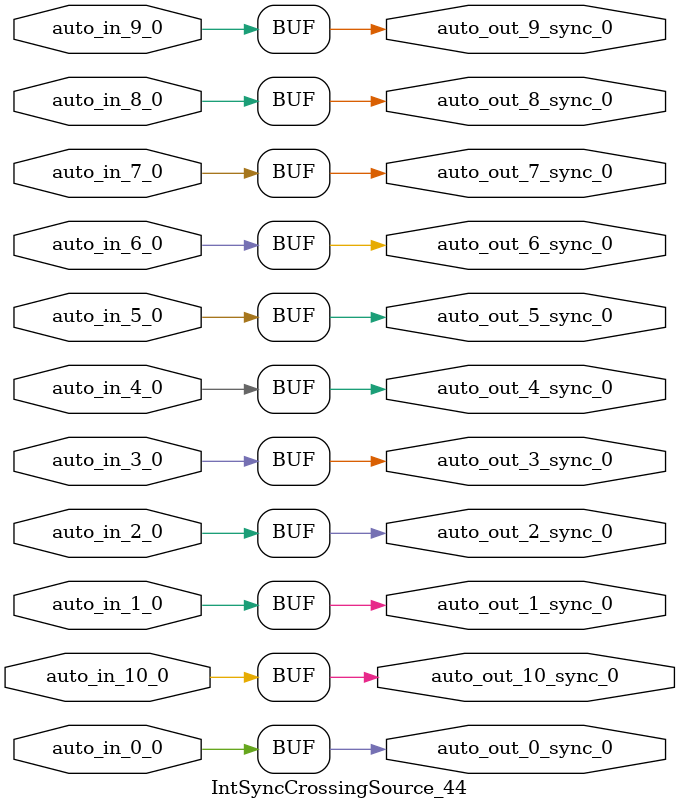
<source format=sv>
`ifndef RANDOMIZE
  `ifdef RANDOMIZE_REG_INIT
    `define RANDOMIZE
  `endif // RANDOMIZE_REG_INIT
`endif // not def RANDOMIZE
`ifndef RANDOMIZE
  `ifdef RANDOMIZE_MEM_INIT
    `define RANDOMIZE
  `endif // RANDOMIZE_MEM_INIT
`endif // not def RANDOMIZE

`ifndef RANDOM
  `define RANDOM $random
`endif // not def RANDOM

// Users can define 'PRINTF_COND' to add an extra gate to prints.
`ifndef PRINTF_COND_
  `ifdef PRINTF_COND
    `define PRINTF_COND_ (`PRINTF_COND)
  `else  // PRINTF_COND
    `define PRINTF_COND_ 1
  `endif // PRINTF_COND
`endif // not def PRINTF_COND_

// Users can define 'ASSERT_VERBOSE_COND' to add an extra gate to assert error printing.
`ifndef ASSERT_VERBOSE_COND_
  `ifdef ASSERT_VERBOSE_COND
    `define ASSERT_VERBOSE_COND_ (`ASSERT_VERBOSE_COND)
  `else  // ASSERT_VERBOSE_COND
    `define ASSERT_VERBOSE_COND_ 1
  `endif // ASSERT_VERBOSE_COND
`endif // not def ASSERT_VERBOSE_COND_

// Users can define 'STOP_COND' to add an extra gate to stop conditions.
`ifndef STOP_COND_
  `ifdef STOP_COND
    `define STOP_COND_ (`STOP_COND)
  `else  // STOP_COND
    `define STOP_COND_ 1
  `endif // STOP_COND
`endif // not def STOP_COND_

// Users can define INIT_RANDOM as general code that gets injected into the
// initializer block for modules with registers.
`ifndef INIT_RANDOM
  `define INIT_RANDOM
`endif // not def INIT_RANDOM

// If using random initialization, you can also define RANDOMIZE_DELAY to
// customize the delay used, otherwise 0.002 is used.
`ifndef RANDOMIZE_DELAY
  `define RANDOMIZE_DELAY 0.002
`endif // not def RANDOMIZE_DELAY

// Define INIT_RANDOM_PROLOG_ for use in our modules below.
`ifndef INIT_RANDOM_PROLOG_
  `ifdef RANDOMIZE
    `ifdef VERILATOR
      `define INIT_RANDOM_PROLOG_ `INIT_RANDOM
    `else  // VERILATOR
      `define INIT_RANDOM_PROLOG_ `INIT_RANDOM #`RANDOMIZE_DELAY begin end
    `endif // VERILATOR
  `else  // RANDOMIZE
    `define INIT_RANDOM_PROLOG_
  `endif // RANDOMIZE
`endif // not def INIT_RANDOM_PROLOG_

module IntSyncCrossingSource_44(
  input  auto_in_10_0,
         auto_in_9_0,
         auto_in_8_0,
         auto_in_7_0,
         auto_in_6_0,
         auto_in_5_0,
         auto_in_4_0,
         auto_in_3_0,
         auto_in_2_0,
         auto_in_1_0,
         auto_in_0_0,
  output auto_out_10_sync_0,
         auto_out_9_sync_0,
         auto_out_8_sync_0,
         auto_out_7_sync_0,
         auto_out_6_sync_0,
         auto_out_5_sync_0,
         auto_out_4_sync_0,
         auto_out_3_sync_0,
         auto_out_2_sync_0,
         auto_out_1_sync_0,
         auto_out_0_sync_0
);

  assign auto_out_10_sync_0 = auto_in_10_0;
  assign auto_out_9_sync_0 = auto_in_9_0;
  assign auto_out_8_sync_0 = auto_in_8_0;
  assign auto_out_7_sync_0 = auto_in_7_0;
  assign auto_out_6_sync_0 = auto_in_6_0;
  assign auto_out_5_sync_0 = auto_in_5_0;
  assign auto_out_4_sync_0 = auto_in_4_0;
  assign auto_out_3_sync_0 = auto_in_3_0;
  assign auto_out_2_sync_0 = auto_in_2_0;
  assign auto_out_1_sync_0 = auto_in_1_0;
  assign auto_out_0_sync_0 = auto_in_0_0;
endmodule


</source>
